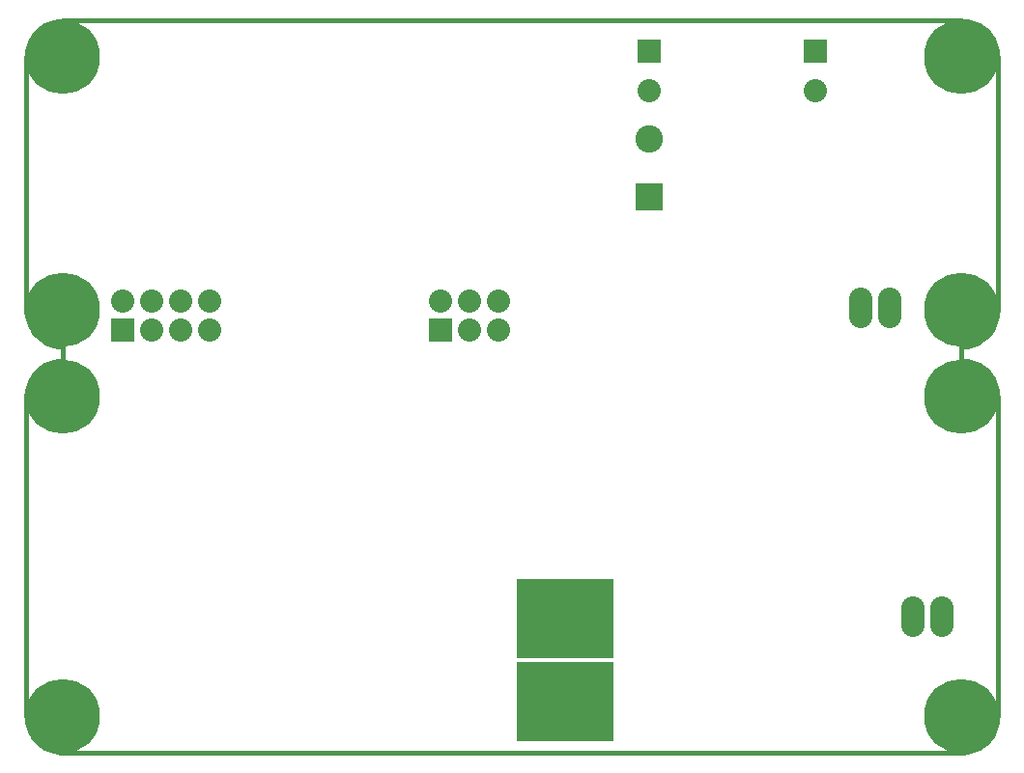
<source format=gbs>
G04 (created by PCBNEW-RS274X (2012-apr-16-27)-stable) date Wed 27 Feb 2013 09:22:31 PM CET*
G01*
G70*
G90*
%MOIN*%
G04 Gerber Fmt 3.4, Leading zero omitted, Abs format*
%FSLAX34Y34*%
G04 APERTURE LIST*
%ADD10C,0.006000*%
%ADD11C,0.015000*%
%ADD12R,0.335000X0.275900*%
%ADD13R,0.080000X0.080000*%
%ADD14C,0.080000*%
%ADD15R,0.095000X0.095000*%
%ADD16C,0.095000*%
%ADD17O,0.080000X0.140000*%
%ADD18C,0.256200*%
G04 APERTURE END LIST*
G54D10*
G54D11*
X36693Y-37165D02*
X36693Y-37638D01*
X68937Y-35906D02*
X68937Y-27165D01*
X67677Y-37638D02*
X67677Y-37165D01*
X35433Y-38819D02*
X35433Y-49921D01*
X35433Y-27165D02*
X35433Y-35984D01*
X67677Y-25906D02*
X36693Y-25906D01*
X68937Y-49921D02*
X68937Y-38898D01*
X36693Y-51181D02*
X67677Y-51181D01*
X68937Y-38898D02*
X68932Y-38789D01*
X68917Y-38680D01*
X68894Y-38572D01*
X68861Y-38468D01*
X68818Y-38366D01*
X68768Y-38269D01*
X68709Y-38176D01*
X68642Y-38089D01*
X68567Y-38008D01*
X68486Y-37933D01*
X68399Y-37866D01*
X68307Y-37807D01*
X68209Y-37757D01*
X68107Y-37714D01*
X68003Y-37681D01*
X67895Y-37658D01*
X67786Y-37643D01*
X67677Y-37638D01*
X67677Y-37166D02*
X67786Y-37161D01*
X67895Y-37146D01*
X68003Y-37123D01*
X68107Y-37090D01*
X68209Y-37047D01*
X68307Y-36997D01*
X68399Y-36938D01*
X68486Y-36871D01*
X68567Y-36796D01*
X68642Y-36715D01*
X68709Y-36628D01*
X68768Y-36535D01*
X68818Y-36438D01*
X68861Y-36336D01*
X68894Y-36232D01*
X68917Y-36124D01*
X68932Y-36015D01*
X68937Y-35906D01*
X68936Y-27165D02*
X68931Y-27056D01*
X68916Y-26947D01*
X68893Y-26840D01*
X68860Y-26735D01*
X68818Y-26633D01*
X68767Y-26536D01*
X68708Y-26443D01*
X68641Y-26356D01*
X68567Y-26275D01*
X68486Y-26201D01*
X68399Y-26134D01*
X68306Y-26075D01*
X68209Y-26024D01*
X68107Y-25982D01*
X68002Y-25949D01*
X67895Y-25926D01*
X67786Y-25911D01*
X67677Y-25906D01*
X36693Y-25905D02*
X36584Y-25910D01*
X36475Y-25925D01*
X36367Y-25948D01*
X36263Y-25981D01*
X36161Y-26024D01*
X36064Y-26074D01*
X35971Y-26133D01*
X35884Y-26200D01*
X35803Y-26275D01*
X35728Y-26356D01*
X35661Y-26443D01*
X35602Y-26536D01*
X35552Y-26633D01*
X35509Y-26735D01*
X35476Y-26839D01*
X35453Y-26947D01*
X35438Y-27056D01*
X35433Y-27165D01*
X35433Y-35905D02*
X35438Y-36014D01*
X35453Y-36123D01*
X35476Y-36231D01*
X35509Y-36335D01*
X35552Y-36437D01*
X35602Y-36534D01*
X35661Y-36627D01*
X35728Y-36714D01*
X35803Y-36795D01*
X35884Y-36870D01*
X35971Y-36937D01*
X36064Y-36996D01*
X36161Y-37046D01*
X36263Y-37089D01*
X36367Y-37122D01*
X36475Y-37145D01*
X36584Y-37160D01*
X36693Y-37165D01*
X36693Y-37638D02*
X36584Y-37643D01*
X36475Y-37658D01*
X36367Y-37681D01*
X36263Y-37714D01*
X36161Y-37757D01*
X36064Y-37807D01*
X35971Y-37866D01*
X35884Y-37933D01*
X35803Y-38008D01*
X35728Y-38089D01*
X35661Y-38176D01*
X35602Y-38269D01*
X35552Y-38366D01*
X35509Y-38468D01*
X35476Y-38572D01*
X35453Y-38680D01*
X35438Y-38789D01*
X35433Y-38898D01*
X35433Y-49921D02*
X35438Y-50030D01*
X35453Y-50139D01*
X35476Y-50247D01*
X35509Y-50351D01*
X35552Y-50453D01*
X35602Y-50550D01*
X35661Y-50643D01*
X35728Y-50730D01*
X35803Y-50811D01*
X35884Y-50886D01*
X35971Y-50953D01*
X36064Y-51012D01*
X36161Y-51062D01*
X36263Y-51105D01*
X36367Y-51138D01*
X36475Y-51161D01*
X36584Y-51176D01*
X36693Y-51181D01*
X67677Y-51181D02*
X67786Y-51176D01*
X67895Y-51161D01*
X68003Y-51138D01*
X68107Y-51105D01*
X68209Y-51062D01*
X68307Y-51012D01*
X68399Y-50953D01*
X68486Y-50886D01*
X68567Y-50811D01*
X68642Y-50730D01*
X68709Y-50643D01*
X68768Y-50550D01*
X68818Y-50453D01*
X68861Y-50351D01*
X68894Y-50247D01*
X68917Y-50139D01*
X68932Y-50030D01*
X68937Y-49921D01*
G54D12*
X54000Y-49427D03*
X54000Y-46573D03*
G54D13*
X38736Y-36602D03*
G54D14*
X38736Y-35602D03*
X39736Y-36602D03*
X39736Y-35602D03*
X40736Y-36602D03*
X40736Y-35602D03*
X41736Y-36602D03*
X41736Y-35602D03*
G54D13*
X49709Y-36602D03*
G54D14*
X49709Y-35602D03*
X50709Y-36602D03*
X50709Y-35602D03*
X51709Y-36602D03*
X51709Y-35602D03*
G54D15*
X56929Y-31984D03*
G54D16*
X56929Y-29984D03*
G54D13*
X56929Y-26949D03*
G54D14*
X56929Y-28327D03*
G54D13*
X62638Y-26949D03*
G54D14*
X62638Y-28327D03*
G54D17*
X66000Y-46500D03*
X67000Y-46500D03*
X65224Y-35827D03*
X64224Y-35827D03*
G54D18*
X67677Y-49921D03*
X36693Y-49921D03*
X67677Y-27165D03*
X67677Y-38898D03*
X36693Y-38898D03*
X67677Y-35906D03*
X36693Y-35906D03*
X36693Y-27165D03*
M02*

</source>
